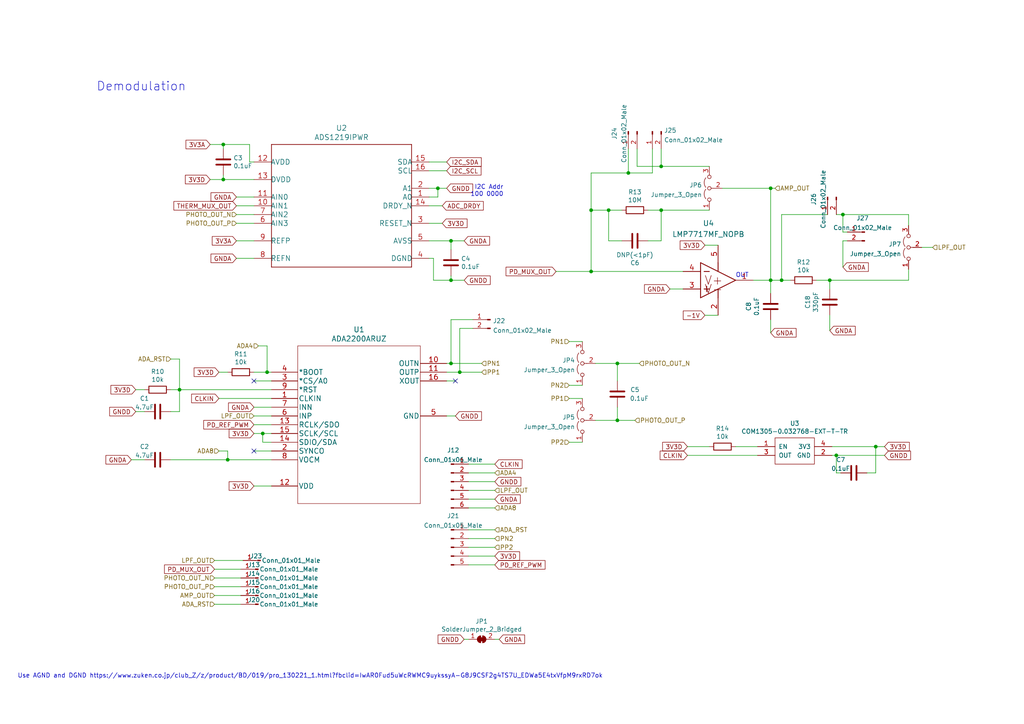
<source format=kicad_sch>
(kicad_sch (version 20211123) (generator eeschema)
  (paper "A4")
  (lib_symbols
    (symbol "Connector:Conn_01x01_Male" (pin_names (offset 1.016) hide)
      (property "Reference" "J" (at 0 2.54 0))
      (property "Value" "Conn_01x01_Male" (at 0 -2.54 0))
      (symbol "Conn_01x01_Male_1_1"
        (polyline (pts (xy 1.27 0) (xy 0.8636 0)) (stroke (width 0.1524)))
        (rectangle (start 0.8636 0.127) (end 0 -0.127) (stroke (width 0.1524)) (fill (type outline)))
        (pin passive line (at 5.08 0 180) (length 3.81) (name "Pin_1") (number "1"))
      )
    )
    (symbol "Connector:Conn_01x02_Male" (pin_names (offset 1.016) hide)
      (property "Reference" "J" (at 0 2.54 0))
      (property "Value" "Conn_01x02_Male" (at 0 -5.08 0))
      (symbol "Conn_01x02_Male_1_1"
        (polyline (pts (xy 1.27 -2.54) (xy 0.8636 -2.54)) (stroke (width 0.1524)))
        (polyline (pts (xy 1.27 0) (xy 0.8636 0)) (stroke (width 0.1524)))
        (rectangle (start 0.8636 -2.413) (end 0 -2.667) (stroke (width 0.1524)) (fill (type outline)))
        (rectangle (start 0.8636 0.127) (end 0 -0.127) (stroke (width 0.1524)) (fill (type outline)))
        (pin passive line (at 5.08 0 180) (length 3.81) (name "Pin_1") (number "1"))
        (pin passive line (at 5.08 -2.54 180) (length 3.81) (name "Pin_2") (number "2"))
      )
    )
    (symbol "Connector:Conn_01x05_Male" (pin_names (offset 1.016) hide)
      (property "Reference" "J" (at 0 7.62 0))
      (property "Value" "Conn_01x05_Male" (at 0 -7.62 0))
      (symbol "Conn_01x05_Male_1_1"
        (polyline (pts (xy 1.27 -5.08) (xy 0.8636 -5.08)) (stroke (width 0.1524)))
        (polyline (pts (xy 1.27 -2.54) (xy 0.8636 -2.54)) (stroke (width 0.1524)))
        (polyline (pts (xy 1.27 0) (xy 0.8636 0)) (stroke (width 0.1524)))
        (polyline (pts (xy 1.27 2.54) (xy 0.8636 2.54)) (stroke (width 0.1524)))
        (polyline (pts (xy 1.27 5.08) (xy 0.8636 5.08)) (stroke (width 0.1524)))
        (rectangle (start 0.8636 -4.953) (end 0 -5.207) (stroke (width 0.1524)) (fill (type outline)))
        (rectangle (start 0.8636 -2.413) (end 0 -2.667) (stroke (width 0.1524)) (fill (type outline)))
        (rectangle (start 0.8636 0.127) (end 0 -0.127) (stroke (width 0.1524)) (fill (type outline)))
        (rectangle (start 0.8636 2.667) (end 0 2.413) (stroke (width 0.1524)) (fill (type outline)))
        (rectangle (start 0.8636 5.207) (end 0 4.953) (stroke (width 0.1524)) (fill (type outline)))
        (pin passive line (at 5.08 5.08 180) (length 3.81) (name "Pin_1") (number "1"))
        (pin passive line (at 5.08 2.54 180) (length 3.81) (name "Pin_2") (number "2"))
        (pin passive line (at 5.08 0 180) (length 3.81) (name "Pin_3") (number "3"))
        (pin passive line (at 5.08 -2.54 180) (length 3.81) (name "Pin_4") (number "4"))
        (pin passive line (at 5.08 -5.08 180) (length 3.81) (name "Pin_5") (number "5"))
      )
    )
    (symbol "Connector:Conn_01x06_Male" (pin_names (offset 1.016) hide)
      (property "Reference" "J" (at 0 7.62 0))
      (property "Value" "Conn_01x06_Male" (at 0 -10.16 0))
      (symbol "Conn_01x06_Male_1_1"
        (polyline (pts (xy 1.27 -7.62) (xy 0.8636 -7.62)) (stroke (width 0.1524)))
        (polyline (pts (xy 1.27 -5.08) (xy 0.8636 -5.08)) (stroke (width 0.1524)))
        (polyline (pts (xy 1.27 -2.54) (xy 0.8636 -2.54)) (stroke (width 0.1524)))
        (polyline (pts (xy 1.27 0) (xy 0.8636 0)) (stroke (width 0.1524)))
        (polyline (pts (xy 1.27 2.54) (xy 0.8636 2.54)) (stroke (width 0.1524)))
        (polyline (pts (xy 1.27 5.08) (xy 0.8636 5.08)) (stroke (width 0.1524)))
        (rectangle (start 0.8636 -7.493) (end 0 -7.747) (stroke (width 0.1524)) (fill (type outline)))
        (rectangle (start 0.8636 -4.953) (end 0 -5.207) (stroke (width 0.1524)) (fill (type outline)))
        (rectangle (start 0.8636 -2.413) (end 0 -2.667) (stroke (width 0.1524)) (fill (type outline)))
        (rectangle (start 0.8636 0.127) (end 0 -0.127) (stroke (width 0.1524)) (fill (type outline)))
        (rectangle (start 0.8636 2.667) (end 0 2.413) (stroke (width 0.1524)) (fill (type outline)))
        (rectangle (start 0.8636 5.207) (end 0 4.953) (stroke (width 0.1524)) (fill (type outline)))
        (pin passive line (at 5.08 5.08 180) (length 3.81) (name "Pin_1") (number "1"))
        (pin passive line (at 5.08 2.54 180) (length 3.81) (name "Pin_2") (number "2"))
        (pin passive line (at 5.08 0 180) (length 3.81) (name "Pin_3") (number "3"))
        (pin passive line (at 5.08 -2.54 180) (length 3.81) (name "Pin_4") (number "4"))
        (pin passive line (at 5.08 -5.08 180) (length 3.81) (name "Pin_5") (number "5"))
        (pin passive line (at 5.08 -7.62 180) (length 3.81) (name "Pin_6") (number "6"))
      )
    )
    (symbol "Device:C" (pin_numbers hide) (pin_names (offset 0.254))
      (property "Reference" "C" (at 0.635 2.54 0))
      (property "Value" "C" (at 0.635 -2.54 0))
      (symbol "C_0_1"
        (polyline (pts (xy -2.032 -0.762) (xy 2.032 -0.762)) (stroke (width 0.508)))
        (polyline (pts (xy -2.032 0.762) (xy 2.032 0.762)) (stroke (width 0.508)))
      )
      (symbol "C_1_1"
        (pin passive line (at 0 3.81 270) (length 2.794) (name "~") (number "1"))
        (pin passive line (at 0 -3.81 90) (length 2.794) (name "~") (number "2"))
      )
    )
    (symbol "Device:R" (pin_numbers hide) (pin_names (offset 0))
      (property "Reference" "R" (at 2.032 0 90))
      (property "Value" "R" (at 0 0 90))
      (symbol "R_0_1"
        (rectangle (start -1.016 -2.54) (end 1.016 2.54) (stroke (width 0.254)))
      )
      (symbol "R_1_1"
        (pin passive line (at 0 3.81 270) (length 1.27) (name "~") (number "1"))
        (pin passive line (at 0 -3.81 90) (length 1.27) (name "~") (number "2"))
      )
    )
    (symbol "Jumper:Jumper_3_Open" (pin_names (offset 0) hide)
      (property "Reference" "JP" (at -2.54 -2.54 0))
      (property "Value" "Jumper_3_Open" (at 0 2.794 0))
      (symbol "Jumper_3_Open_0_0"
        (circle (center -3.302 0) (radius 0.508))
        (circle (center 0 0) (radius 0.508))
        (circle (center 3.302 0) (radius 0.508))
      )
      (symbol "Jumper_3_Open_0_1"
        (arc (start -0.254 1.016) (mid -1.651 1.4992) (end -3.048 1.016))
        (polyline (pts (xy 0 -0.508) (xy 0 -1.27)))
        (arc (start 3.048 1.016) (mid 1.651 1.4992) (end 0.254 1.016))
      )
      (symbol "Jumper_3_Open_1_1"
        (pin passive line (at -6.35 0 0) (length 2.54) (name "A") (number "1"))
        (pin input line (at 0 -3.81 90) (length 2.54) (name "C") (number "2"))
        (pin passive line (at 6.35 0 180) (length 2.54) (name "B") (number "3"))
      )
    )
    (symbol "Jumper:SolderJumper_2_Bridged" (pin_names (offset 0) hide)
      (property "Reference" "JP" (at 0 2.032 0))
      (property "Value" "SolderJumper_2_Bridged" (at 0 -2.54 0))
      (symbol "SolderJumper_2_Bridged_0_1"
        (rectangle (start -0.508 0.508) (end 0.508 -0.508) (fill (type outline)))
        (arc (start -0.254 1.016) (mid -1.27 0) (end -0.254 -1.016))
        (arc (start -0.254 1.016) (mid -1.27 0) (end -0.254 -1.016) (fill (type outline)))
        (polyline (pts (xy -0.254 1.016) (xy -0.254 -1.016)))
        (polyline (pts (xy 0.254 1.016) (xy 0.254 -1.016)))
        (arc (start 0.254 -1.016) (mid 1.27 0) (end 0.254 1.016))
        (arc (start 0.254 -1.016) (mid 1.27 0) (end 0.254 1.016) (fill (type outline)))
      )
      (symbol "SolderJumper_2_Bridged_1_1"
        (pin passive line (at -3.81 0 0) (length 2.54) (name "A") (number "1"))
        (pin passive line (at 3.81 0 180) (length 2.54) (name "B") (number "2"))
      )
    )
    (symbol "Ninja-qPCR:ADA2200ARUZ" (pin_names (offset 0.254))
      (property "Reference" "U" (at 25.4 12.7 0))
      (property "Value" "Ninja-qPCR_ADA2200ARUZ" (at 25.4 10.16 0))
      (symbol "ADA2200ARUZ_1_1"
        (polyline (pts (xy 7.62 -38.1) (xy 43.18 -38.1)) (stroke (width 0.127)))
        (polyline (pts (xy 7.62 7.62) (xy 7.62 -38.1)) (stroke (width 0.127)))
        (polyline (pts (xy 43.18 -38.1) (xy 43.18 7.62)) (stroke (width 0.127)))
        (polyline (pts (xy 43.18 7.62) (xy 7.62 7.62)) (stroke (width 0.127)))
        (pin unspecified line (at 0 -7.62 0) (length 7.62) (name "CLKIN") (number "1"))
        (pin unspecified line (at 50.8 2.54 180) (length 7.62) (name "OUTN") (number "10"))
        (pin unspecified line (at 50.8 0 180) (length 7.62) (name "OUTP") (number "11"))
        (pin unspecified line (at 0 -33.02 0) (length 7.62) (name "VDD") (number "12"))
        (pin unspecified line (at 0 -15.24 0) (length 7.62) (name "RCLK/SDO") (number "13"))
        (pin unspecified line (at 0 -20.32 0) (length 7.62) (name "SDIO/SDA") (number "14"))
        (pin unspecified line (at 0 -17.78 0) (length 7.62) (name "SCLK/SCL") (number "15"))
        (pin unspecified line (at 50.8 -2.54 180) (length 7.62) (name "XOUT") (number "16"))
        (pin unspecified line (at 0 -22.86 0) (length 7.62) (name "SYNCO") (number "2"))
        (pin unspecified line (at 0 -2.54 0) (length 7.62) (name "*CS/A0") (number "3"))
        (pin unspecified line (at 0 0 0) (length 7.62) (name "*BOOT") (number "4"))
        (pin unspecified line (at 50.8 -12.7 180) (length 7.62) (name "GND") (number "5"))
        (pin unspecified line (at 0 -12.7 0) (length 7.62) (name "INP") (number "6"))
        (pin unspecified line (at 0 -10.16 0) (length 7.62) (name "INN") (number "7"))
        (pin unspecified line (at 0 -25.4 0) (length 7.62) (name "VOCM") (number "8"))
        (pin unspecified line (at 0 -5.08 0) (length 7.62) (name "*RST") (number "9"))
      )
    )
    (symbol "Ninja-qPCR:ADS122C04IPWR" (pin_names (offset -0.254))
      (property "Reference" "U" (at 0 2.54 0))
      (property "Value" "Ninja-qPCR_ADS122C04IPWR" (at 0 0 0))
      (symbol "ADS122C04IPWR_1_1"
        (polyline (pts (xy -20.32 -17.78) (xy 20.32 -17.78)) (stroke (width 0.2032)))
        (polyline (pts (xy -20.32 17.78) (xy -20.32 -17.78)) (stroke (width 0.2032)))
        (polyline (pts (xy 20.32 -17.78) (xy 20.32 17.78)) (stroke (width 0.2032)))
        (polyline (pts (xy 20.32 17.78) (xy -20.32 17.78)) (stroke (width 0.2032)))
        (pin input line (at 25.4 2.54 180) (length 5.08) (name "A0") (number "1"))
        (pin input line (at -25.4 0 0) (length 5.08) (name "AIN1") (number "10"))
        (pin input line (at -25.4 2.54 0) (length 5.08) (name "AIN0") (number "11"))
        (pin power_in line (at -25.4 12.7 0) (length 5.08) (name "AVDD") (number "12"))
        (pin power_in line (at -25.4 7.62 0) (length 5.08) (name "DVDD") (number "13"))
        (pin output line (at 25.4 0 180) (length 5.08) (name "DRDY_N") (number "14"))
        (pin bidirectional line (at 25.4 12.7 180) (length 5.08) (name "SDA") (number "15"))
        (pin input line (at 25.4 10.16 180) (length 5.08) (name "SCL") (number "16"))
        (pin input line (at 25.4 5.08 180) (length 5.08) (name "A1") (number "2"))
        (pin input line (at 25.4 -5.08 180) (length 5.08) (name "RESET_N") (number "3"))
        (pin power_in line (at 25.4 -15.24 180) (length 5.08) (name "DGND") (number "4"))
        (pin power_in line (at 25.4 -10.16 180) (length 5.08) (name "AVSS") (number "5"))
        (pin input line (at -25.4 -5.08 0) (length 5.08) (name "AIN3") (number "6"))
        (pin input line (at -25.4 -2.54 0) (length 5.08) (name "AIN2") (number "7"))
        (pin input line (at -25.4 -15.24 0) (length 5.08) (name "REFN") (number "8"))
        (pin input line (at -25.4 -10.16 0) (length 5.08) (name "REFP") (number "9"))
      )
    )
    (symbol "Ninja-qPCR:COM1305-0.032768-EXT-T-TR" (pin_names (offset 1.016))
      (property "Reference" "U" (at 6.35 3.81 0))
      (property "Value" "Ninja-qPCR_COM1305-0.032768-EXT-T-TR" (at 11.43 -7.62 0))
      (symbol "COM1305-0.032768-EXT-T-TR_0_1"
        (rectangle (start 5.08 2.54) (end 16.51 -5.08))
      )
      (symbol "COM1305-0.032768-EXT-T-TR_1_1"
        (pin input line (at 0 0 0) (length 5.08) (name "EN") (number "1"))
        (pin input line (at 21.59 -2.54 180) (length 5.08) (name "GND") (number "2"))
        (pin input line (at 0 -2.54 0) (length 5.08) (name "OUT") (number "3"))
        (pin input line (at 21.59 0 180) (length 5.08) (name "3V3") (number "4"))
      )
    )
    (symbol "Ninja-qPCR:LMP7717MF_NOPB" (pin_names (offset 0) hide)
      (property "Reference" "U" (at 15.748 0.254 0))
      (property "Value" "Ninja-qPCR_LMP7717MF_NOPB" (at 15.748 -2.286 0))
      (symbol "LMP7717MF_NOPB_0_0"
        (text "V+" (at 3.81 -5.08 0) (effects (font (size 2.54 2.54))))
        (text "V-" (at 3.81 -7.62 0) (effects (font (size 2.54 2.54))))
      )
      (symbol "LMP7717MF_NOPB_1_1"
        (polyline (pts (xy 0 -10.16) (xy 10.16 -5.08)) (stroke (width 0.254)))
        (polyline (pts (xy 0 0) (xy 0 -10.16)) (stroke (width 0.254)))
        (polyline (pts (xy 0 0) (xy 10.16 -5.08)) (stroke (width 0.254)))
        (polyline (pts (xy 1.016 -7.62) (xy 2.54 -7.62)) (stroke (width 0.254)))
        (polyline (pts (xy 1.016 -2.54) (xy 2.54 -2.54)) (stroke (width 0.254)))
        (polyline (pts (xy 1.778 -6.858) (xy 1.778 -8.382)) (stroke (width 0.254)))
        (polyline (pts (xy 5.08 -7.62) (xy 5.08 -10.16)) (stroke (width 0.254)))
        (polyline (pts (xy 5.08 0) (xy 5.08 -2.54)) (stroke (width 0.254)))
        (pin output line (at 15.24 -5.08 180) (length 5.08) (name "OUT") (number "1"))
        (pin power_in line (at 5.08 -15.24 90) (length 5.08) (name "V-") (number "2"))
        (pin input line (at -5.08 -7.62 0) (length 5.08) (name "IN+") (number "3"))
        (pin input line (at -5.08 -2.54 0) (length 5.08) (name "IN-") (number "4"))
        (pin power_in line (at 5.08 5.08 270) (length 5.08) (name "V+") (number "5"))
      )
    )
  )
  (junction (at 171.45 60.96))
  (junction (at 130.81 81.28))
  (junction (at 240.665 81.28))
  (junction (at 52.07 113.03))
  (junction (at 244.475 62.23))
  (junction (at 242.57 132.08))
  (junction (at 176.53 60.96))
  (junction (at 191.77 48.26))
  (junction (at 130.81 105.41))
  (junction (at 179.07 121.92))
  (junction (at 77.47 107.95))
  (junction (at 64.77 52.07))
  (junction (at 64.77 41.91))
  (junction (at 182.245 50.165))
  (junction (at 226.695 81.28))
  (junction (at 191.77 60.96))
  (junction (at 171.45 78.74))
  (junction (at 223.52 54.61))
  (junction (at 254 129.54))
  (junction (at 66.04 133.35))
  (junction (at 127 54.61))
  (junction (at 179.07 105.41))
  (junction (at 76.2 125.73))
  (junction (at 130.81 69.85))
  (junction (at 223.52 81.28))
  (junction (at 133.35 107.95))
  (no_connect (at 73.66 130.81))
  (no_connect (at 73.66 110.49))
  (no_connect (at 132.08 110.49))
  (wire (pts (xy 240.665 81.28) (xy 263.525 81.28)))
  (wire (pts (xy 135.89 163.83) (xy 143.51 163.83)))
  (wire (pts (xy 73.66 118.11) (xy 78.74 118.11)))
  (wire (pts (xy 135.89 161.29) (xy 143.51 161.29)))
  (wire (pts (xy 68.58 57.15) (xy 73.66 57.15)))
  (wire (pts (xy 191.77 60.96) (xy 191.77 69.85)))
  (wire (pts (xy 199.39 132.08) (xy 219.71 132.08)))
  (wire (pts (xy 161.29 78.74) (xy 171.45 78.74)))
  (wire (pts (xy 77.47 107.95) (xy 73.66 107.95)))
  (wire (pts (xy 263.525 62.23) (xy 263.525 65.405)))
  (wire (pts (xy 240.665 81.28) (xy 240.665 83.82)))
  (wire (pts (xy 254 129.54) (xy 256.54 129.54)))
  (wire (pts (xy 130.81 69.85) (xy 134.62 69.85)))
  (wire (pts (xy 218.44 81.28) (xy 223.52 81.28)))
  (wire (pts (xy 129.54 105.41) (xy 130.81 105.41)))
  (wire (pts (xy 64.77 52.07) (xy 73.66 52.07)))
  (wire (pts (xy 62.23 172.72) (xy 69.85 172.72)))
  (wire (pts (xy 77.47 100.33) (xy 77.47 107.95)))
  (wire (pts (xy 39.37 113.03) (xy 41.91 113.03)))
  (wire (pts (xy 191.77 43.18) (xy 191.77 48.26)))
  (wire (pts (xy 60.96 52.07) (xy 64.77 52.07)))
  (wire (pts (xy 134.62 185.42) (xy 135.89 185.42)))
  (wire (pts (xy 165.1 99.06) (xy 168.91 99.06)))
  (wire (pts (xy 180.34 69.85) (xy 176.53 69.85)))
  (wire (pts (xy 171.45 60.96) (xy 171.45 78.74)))
  (wire (pts (xy 176.53 60.96) (xy 171.45 60.96)))
  (wire (pts (xy 241.3 132.08) (xy 242.57 132.08)))
  (wire (pts (xy 243.84 137.16) (xy 242.57 137.16)))
  (wire (pts (xy 236.855 81.28) (xy 240.665 81.28)))
  (wire (pts (xy 128.27 59.69) (xy 124.46 59.69)))
  (wire (pts (xy 135.89 153.67) (xy 143.51 153.67)))
  (wire (pts (xy 179.07 105.41) (xy 179.07 110.49)))
  (wire (pts (xy 63.5 115.57) (xy 78.74 115.57)))
  (wire (pts (xy 189.23 43.18) (xy 189.23 50.165)))
  (wire (pts (xy 165.1 111.76) (xy 168.91 111.76)))
  (wire (pts (xy 63.5 130.81) (xy 66.04 130.81)))
  (wire (pts (xy 124.46 49.53) (xy 129.54 49.53)))
  (wire (pts (xy 130.81 81.28) (xy 130.81 80.01)))
  (wire (pts (xy 135.89 147.32) (xy 143.51 147.32)))
  (wire (pts (xy 226.695 62.23) (xy 226.695 81.28)))
  (wire (pts (xy 244.475 69.85) (xy 244.475 77.47)))
  (wire (pts (xy 213.36 129.54) (xy 219.71 129.54)))
  (wire (pts (xy 124.46 46.99) (xy 129.54 46.99)))
  (wire (pts (xy 242.57 62.23) (xy 244.475 62.23)))
  (wire (pts (xy 130.81 105.41) (xy 139.7 105.41)))
  (wire (pts (xy 226.695 81.28) (xy 229.235 81.28)))
  (wire (pts (xy 132.08 120.65) (xy 129.54 120.65)))
  (wire (pts (xy 130.81 81.28) (xy 125.73 81.28)))
  (wire (pts (xy 124.46 69.85) (xy 130.81 69.85)))
  (wire (pts (xy 223.52 54.61) (xy 223.52 81.28)))
  (wire (pts (xy 68.58 69.85) (xy 73.66 69.85)))
  (wire (pts (xy 205.74 48.26) (xy 191.77 48.26)))
  (wire (pts (xy 135.89 144.78) (xy 143.51 144.78)))
  (wire (pts (xy 184.785 48.26) (xy 184.785 43.18)))
  (wire (pts (xy 66.04 133.35) (xy 78.74 133.35)))
  (wire (pts (xy 52.07 113.03) (xy 78.74 113.03)))
  (wire (pts (xy 78.74 107.95) (xy 77.47 107.95)))
  (wire (pts (xy 263.525 81.28) (xy 263.525 78.105)))
  (wire (pts (xy 130.81 72.39) (xy 130.81 69.85)))
  (wire (pts (xy 62.23 167.64) (xy 69.85 167.64)))
  (wire (pts (xy 68.58 59.69) (xy 73.66 59.69)))
  (wire (pts (xy 76.2 125.73) (xy 76.2 128.27)))
  (wire (pts (xy 52.07 104.14) (xy 52.07 113.03)))
  (wire (pts (xy 204.47 91.44) (xy 208.28 91.44)))
  (wire (pts (xy 73.66 64.77) (xy 68.58 64.77)))
  (wire (pts (xy 176.53 69.85) (xy 176.53 60.96)))
  (wire (pts (xy 242.57 137.16) (xy 242.57 132.08)))
  (wire (pts (xy 72.39 41.91) (xy 72.39 46.99)))
  (wire (pts (xy 172.72 105.41) (xy 179.07 105.41)))
  (wire (pts (xy 52.07 119.38) (xy 52.07 113.03)))
  (wire (pts (xy 60.96 41.91) (xy 64.77 41.91)))
  (wire (pts (xy 223.52 92.71) (xy 223.52 96.52)))
  (wire (pts (xy 128.27 64.77) (xy 124.46 64.77)))
  (wire (pts (xy 241.3 129.54) (xy 254 129.54)))
  (wire (pts (xy 245.745 69.85) (xy 244.475 69.85)))
  (wire (pts (xy 135.89 158.75) (xy 143.51 158.75)))
  (wire (pts (xy 144.78 185.42) (xy 143.51 185.42)))
  (wire (pts (xy 135.89 139.7) (xy 143.51 139.7)))
  (wire (pts (xy 133.35 95.25) (xy 133.35 107.95)))
  (wire (pts (xy 66.04 130.81) (xy 66.04 133.35)))
  (wire (pts (xy 49.53 133.35) (xy 66.04 133.35)))
  (wire (pts (xy 49.53 119.38) (xy 52.07 119.38)))
  (wire (pts (xy 62.23 175.26) (xy 69.85 175.26)))
  (wire (pts (xy 73.66 120.65) (xy 78.74 120.65)))
  (wire (pts (xy 240.665 91.44) (xy 240.665 95.885)))
  (wire (pts (xy 78.74 128.27) (xy 76.2 128.27)))
  (wire (pts (xy 171.45 50.165) (xy 171.45 60.96)))
  (wire (pts (xy 244.475 62.23) (xy 263.525 62.23)))
  (wire (pts (xy 125.73 74.93) (xy 124.46 74.93)))
  (wire (pts (xy 223.52 81.28) (xy 226.695 81.28)))
  (wire (pts (xy 64.77 50.8) (xy 64.77 52.07)))
  (wire (pts (xy 39.37 119.38) (xy 41.91 119.38)))
  (wire (pts (xy 254 137.16) (xy 254 129.54)))
  (wire (pts (xy 73.66 74.93) (xy 68.58 74.93)))
  (wire (pts (xy 240.03 62.23) (xy 226.695 62.23)))
  (wire (pts (xy 127 57.15) (xy 127 54.61)))
  (wire (pts (xy 129.54 107.95) (xy 133.35 107.95)))
  (wire (pts (xy 130.81 92.71) (xy 130.81 105.41)))
  (wire (pts (xy 64.77 43.18) (xy 64.77 41.91)))
  (wire (pts (xy 165.1 128.27) (xy 168.91 128.27)))
  (wire (pts (xy 135.89 142.24) (xy 143.51 142.24)))
  (wire (pts (xy 74.93 100.33) (xy 77.47 100.33)))
  (wire (pts (xy 38.1 133.35) (xy 41.91 133.35)))
  (wire (pts (xy 182.245 43.18) (xy 182.245 50.165)))
  (wire (pts (xy 179.07 118.11) (xy 179.07 121.92)))
  (wire (pts (xy 135.89 137.16) (xy 143.51 137.16)))
  (wire (pts (xy 132.08 110.49) (xy 129.54 110.49)))
  (wire (pts (xy 194.31 83.82) (xy 198.12 83.82)))
  (wire (pts (xy 137.16 95.25) (xy 133.35 95.25)))
  (wire (pts (xy 165.1 115.57) (xy 168.91 115.57)))
  (wire (pts (xy 124.46 57.15) (xy 127 57.15)))
  (wire (pts (xy 251.46 137.16) (xy 254 137.16)))
  (wire (pts (xy 68.58 62.23) (xy 73.66 62.23)))
  (wire (pts (xy 223.52 54.61) (xy 224.79 54.61)))
  (wire (pts (xy 49.53 104.14) (xy 52.07 104.14)))
  (wire (pts (xy 124.46 54.61) (xy 127 54.61)))
  (wire (pts (xy 187.96 69.85) (xy 191.77 69.85)))
  (wire (pts (xy 191.77 48.26) (xy 184.785 48.26)))
  (wire (pts (xy 179.07 105.41) (xy 185.42 105.41)))
  (wire (pts (xy 63.5 107.95) (xy 66.04 107.95)))
  (wire (pts (xy 62.23 162.56) (xy 70.485 162.56)))
  (wire (pts (xy 209.55 54.61) (xy 223.52 54.61)))
  (wire (pts (xy 244.475 62.23) (xy 244.475 67.31)))
  (wire (pts (xy 133.35 107.95) (xy 139.7 107.95)))
  (wire (pts (xy 125.73 81.28) (xy 125.73 74.93)))
  (wire (pts (xy 171.45 78.74) (xy 198.12 78.74)))
  (wire (pts (xy 184.15 121.92) (xy 179.07 121.92)))
  (wire (pts (xy 245.745 67.31) (xy 244.475 67.31)))
  (wire (pts (xy 76.2 125.73) (xy 78.74 125.73)))
  (wire (pts (xy 204.47 71.12) (xy 208.28 71.12)))
  (wire (pts (xy 73.66 130.81) (xy 78.74 130.81)))
  (wire (pts (xy 62.23 170.18) (xy 69.85 170.18)))
  (wire (pts (xy 127 54.61) (xy 129.54 54.61)))
  (wire (pts (xy 267.335 71.755) (xy 270.51 71.755)))
  (wire (pts (xy 205.74 129.54) (xy 199.39 129.54)))
  (wire (pts (xy 182.245 50.165) (xy 171.45 50.165)))
  (wire (pts (xy 242.57 132.08) (xy 256.54 132.08)))
  (wire (pts (xy 73.66 125.73) (xy 76.2 125.73)))
  (wire (pts (xy 191.77 60.96) (xy 187.96 60.96)))
  (wire (pts (xy 73.66 140.97) (xy 78.74 140.97)))
  (wire (pts (xy 134.62 81.28) (xy 130.81 81.28)))
  (wire (pts (xy 223.52 81.28) (xy 223.52 85.09)))
  (wire (pts (xy 137.16 92.71) (xy 130.81 92.71)))
  (wire (pts (xy 62.23 165.1) (xy 69.85 165.1)))
  (wire (pts (xy 64.77 41.91) (xy 72.39 41.91)))
  (wire (pts (xy 205.74 60.96) (xy 191.77 60.96)))
  (wire (pts (xy 189.23 50.165) (xy 182.245 50.165)))
  (wire (pts (xy 73.66 123.19) (xy 78.74 123.19)))
  (wire (pts (xy 135.89 156.21) (xy 143.51 156.21)))
  (wire (pts (xy 135.89 134.62) (xy 143.51 134.62)))
  (wire (pts (xy 73.66 110.49) (xy 78.74 110.49)))
  (wire (pts (xy 176.53 60.96) (xy 180.34 60.96)))
  (wire (pts (xy 72.39 46.99) (xy 73.66 46.99)))
  (wire (pts (xy 49.53 113.03) (xy 52.07 113.03)))
  (wire (pts (xy 179.07 121.92) (xy 172.72 121.92)))
  (text "Use AGND and DGND  https://www.zuken.co.jp/club_Z/z/product/BD/019/pro_130221_1.html?fbclid=IwAR0Fud5uWcRWMC9uykssyA-G8J9CSF2g4TS7U_EDWa5E4txVfpM9rxRD7ok" (at 5.08 196.85 0) (effects (font (size 1.27 1.27)) (justify left bottom)))
  (text "Demodulation" (at 27.94 26.67 0) (effects (font (size 2.54 2.54)) (justify left bottom)))
  (text "I2C Addr\n100 0000" (at 146.05 57.15 180) (effects (font (size 1.27 1.27)) (justify right bottom)))
  (text "OUT" (at 213.36 80.645 0) (effects (font (size 1.27 1.27)) (justify left bottom)))
  (global_label "I2C_SCL" (shape input) (at 129.54 49.53 0) (property "Intersheet References" "${INTERSHEET_REFS}" (effects hide)))
  (global_label "ADC_DRDY" (shape input) (at 128.27 59.69 0) (property "Intersheet References" "${INTERSHEET_REFS}" (effects hide)))
  (global_label "3V3A" (shape input) (at 68.58 69.85 180) (property "Intersheet References" "${INTERSHEET_REFS}" (effects hide)))
  (global_label "PD_REF_PWM" (shape input) (at 73.66 123.19 180) (property "Intersheet References" "${INTERSHEET_REFS}" (effects hide)))
  (global_label "3V3D" (shape input) (at 204.47 71.12 180) (property "Intersheet References" "${INTERSHEET_REFS}" (effects hide)))
  (global_label "PD_MUX_OUT" (shape input) (at 62.23 165.1 180) (property "Intersheet References" "${INTERSHEET_REFS}" (effects hide)))
  (global_label "I2C_SDA" (shape input) (at 129.54 46.99 0) (property "Intersheet References" "${INTERSHEET_REFS}" (effects hide)))
  (global_label "PD_MUX_OUT" (shape input) (at 161.29 78.74 180) (property "Intersheet References" "${INTERSHEET_REFS}" (effects hide)))
  (global_label "GNDA" (shape input) (at 73.66 118.11 180) (property "Intersheet References" "${INTERSHEET_REFS}" (effects hide)))
  (global_label "GNDD" (shape input) (at 134.62 185.42 180) (property "Intersheet References" "${INTERSHEET_REFS}" (effects hide)))
  (global_label "CLKIN" (shape input) (at 63.5 115.57 180) (property "Intersheet References" "${INTERSHEET_REFS}" (effects hide)))
  (global_label "3V3D" (shape input) (at 73.66 125.73 180) (property "Intersheet References" "${INTERSHEET_REFS}" (effects hide)))
  (global_label "GNDD" (shape input) (at 143.51 139.7 0) (property "Intersheet References" "${INTERSHEET_REFS}" (effects hide)))
  (global_label "3V3D" (shape input) (at 60.96 52.07 180) (property "Intersheet References" "${INTERSHEET_REFS}" (effects hide)))
  (global_label "GNDD" (shape input) (at 132.08 120.65 0) (property "Intersheet References" "${INTERSHEET_REFS}" (effects hide)))
  (global_label "GNDA" (shape input) (at 143.51 144.78 0) (property "Intersheet References" "${INTERSHEET_REFS}" (effects hide)))
  (global_label "GNDA" (shape input) (at 144.78 185.42 0) (property "Intersheet References" "${INTERSHEET_REFS}" (effects hide)))
  (global_label "GNDA" (shape input) (at 38.1 133.35 180) (property "Intersheet References" "${INTERSHEET_REFS}" (effects hide)))
  (global_label "PD_REF_PWM" (shape input) (at 143.51 163.83 0) (property "Intersheet References" "${INTERSHEET_REFS}" (effects hide)))
  (global_label "3V3D" (shape input) (at 128.27 64.77 0) (property "Intersheet References" "${INTERSHEET_REFS}" (effects hide)))
  (global_label "3V3D" (shape input) (at 199.39 129.54 180) (property "Intersheet References" "${INTERSHEET_REFS}" (effects hide)))
  (global_label "3V3D" (shape input) (at 73.66 140.97 180) (property "Intersheet References" "${INTERSHEET_REFS}" (effects hide)))
  (global_label "GNDD" (shape input) (at 39.37 119.38 180) (property "Intersheet References" "${INTERSHEET_REFS}" (effects hide)))
  (global_label "GNDA" (shape input) (at 240.665 95.885 0) (property "Intersheet References" "${INTERSHEET_REFS}" (effects hide)))
  (global_label "GNDD" (shape input) (at 129.54 54.61 0) (property "Intersheet References" "${INTERSHEET_REFS}" (effects hide)))
  (global_label "-1V" (shape input) (at 204.47 91.44 180) (property "Intersheet References" "${INTERSHEET_REFS}" (effects hide)))
  (global_label "GNDA" (shape input) (at 244.475 77.47 0) (property "Intersheet References" "${INTERSHEET_REFS}" (effects hide)))
  (global_label "GNDA" (shape input) (at 194.31 83.82 180) (property "Intersheet References" "${INTERSHEET_REFS}" (effects hide)))
  (global_label "3V3A" (shape input) (at 60.96 41.91 180) (property "Intersheet References" "${INTERSHEET_REFS}" (effects hide)))
  (global_label "CLKIN" (shape input) (at 143.51 134.62 0) (property "Intersheet References" "${INTERSHEET_REFS}" (effects hide)))
  (global_label "3V3D" (shape input) (at 39.37 113.03 180) (property "Intersheet References" "${INTERSHEET_REFS}" (effects hide)))
  (global_label "GNDD" (shape input) (at 134.62 81.28 0) (property "Intersheet References" "${INTERSHEET_REFS}" (effects hide)))
  (global_label "CLKIN" (shape input) (at 199.39 132.08 180) (property "Intersheet References" "${INTERSHEET_REFS}" (effects hide)))
  (global_label "GNDA" (shape input) (at 134.62 69.85 0) (property "Intersheet References" "${INTERSHEET_REFS}" (effects hide)))
  (global_label "THERM_MUX_OUT" (shape input) (at 68.58 59.69 180) (property "Intersheet References" "${INTERSHEET_REFS}" (effects hide)))
  (global_label "3V3D" (shape input) (at 143.51 161.29 0) (property "Intersheet References" "${INTERSHEET_REFS}" (effects hide)))
  (global_label "3V3D" (shape input) (at 63.5 107.95 180) (property "Intersheet References" "${INTERSHEET_REFS}" (effects hide)))
  (global_label "GNDA" (shape input) (at 223.52 96.52 0) (property "Intersheet References" "${INTERSHEET_REFS}" (effects hide)))
  (global_label "GNDA" (shape input) (at 68.58 57.15 180) (property "Intersheet References" "${INTERSHEET_REFS}" (effects hide)))
  (global_label "GNDA" (shape input) (at 68.58 74.93 180) (property "Intersheet References" "${INTERSHEET_REFS}" (effects hide)))
  (global_label "GNDD" (shape input) (at 256.54 132.08 0) (property "Intersheet References" "${INTERSHEET_REFS}" (effects hide)))
  (global_label "3V3D" (shape input) (at 256.54 129.54 0) (property "Intersheet References" "${INTERSHEET_REFS}" (effects hide)))
  (hierarchical_label "PN2" (shape input) (at 143.51 156.21 0))
  (hierarchical_label "PN1" (shape input) (at 139.7 105.41 0))
  (hierarchical_label "PHOTO_OUT_P" (shape input) (at 68.58 64.77 180))
  (hierarchical_label "PP1" (shape input) (at 139.7 107.95 0))
  (hierarchical_label "PHOTO_OUT_N" (shape input) (at 185.42 105.41 0))
  (hierarchical_label "PP2" (shape input) (at 143.51 158.75 0))
  (hierarchical_label "LPF_OUT" (shape input) (at 270.51 71.755 0))
  (hierarchical_label "ADA8" (shape input) (at 143.51 147.32 0))
  (hierarchical_label "LPF_OUT" (shape input) (at 143.51 142.24 0))
  (hierarchical_label "ADA8" (shape input) (at 63.5 130.81 180))
  (hierarchical_label "AMP_OUT" (shape input) (at 62.23 172.72 180))
  (hierarchical_label "PHOTO_OUT_P" (shape input) (at 62.23 170.18 180))
  (hierarchical_label "PN1" (shape input) (at 165.1 99.06 180))
  (hierarchical_label "PN2" (shape input) (at 165.1 111.76 180))
  (hierarchical_label "PHOTO_OUT_P" (shape input) (at 184.15 121.92 0))
  (hierarchical_label "PHOTO_OUT_N" (shape input) (at 68.58 62.23 180))
  (hierarchical_label "ADA_RST" (shape input) (at 62.23 175.26 180))
  (hierarchical_label "ADA4" (shape input) (at 143.51 137.16 0))
  (hierarchical_label "AMP_OUT" (shape input) (at 224.79 54.61 0))
  (hierarchical_label "ADA_RST" (shape input) (at 143.51 153.67 0))
  (hierarchical_label "ADA4" (shape input) (at 74.93 100.33 180))
  (hierarchical_label "LPF_OUT" (shape input) (at 73.66 120.65 180))
  (hierarchical_label "PP2" (shape input) (at 165.1 128.27 180))
  (hierarchical_label "PHOTO_OUT_N" (shape input) (at 62.23 167.64 180))
  (hierarchical_label "LPF_OUT" (shape input) (at 62.23 162.56 180))
  (hierarchical_label "ADA_RST" (shape input) (at 49.53 104.14 180))
  (hierarchical_label "PP1" (shape input) (at 165.1 115.57 180))
  (symbol (lib_id "Connector:Conn_01x01_Male") (at 74.93 165.1 0) (mirror y) (unit 1)
    (property "Reference" "J13" (at 73.66 163.83 0))
    (property "Value" "Conn_01x01_Male" (at 83.82 165.1 0))
    (property "Footprint" "Connector_PinHeader_1.27mm:PinHeader_1x01_P1.27mm_Vertical" (effects hide))
  )
  (symbol (lib_id "Ninja-qPCR:ADA2200ARUZ") (at 78.74 107.95 0) (unit 1)
    (property "Reference" "U1" (at 104.14 95.5802 0) (effects (font (size 1.524 1.524))))
    (property "Value" "ADA2200ARUZ" (at 104.14 98.2726 0) (effects (font (size 1.524 1.524))))
    (property "Footprint" "Ninja-qPCR:ADA2200ARUZ" (effects hide))
  )
  (symbol (lib_id "Device:R") (at 69.85 107.95 270) (unit 1)
    (property "Reference" "R11" (at 69.85 102.6922 90))
    (property "Value" "10k" (at 69.85 105.0036 90))
    (property "Footprint" "Resistor_SMD:R_0603_1608Metric" (effects hide))
  )
  (symbol (lib_id "Device:R") (at 45.72 113.03 270) (unit 1)
    (property "Reference" "R10" (at 45.72 107.7722 90))
    (property "Value" "10k" (at 45.72 110.0836 90))
    (property "Footprint" "Resistor_SMD:R_0603_1608Metric" (effects hide))
  )
  (symbol (lib_id "Device:C") (at 45.72 133.35 270) (unit 1)
    (property "Reference" "C2" (at 41.91 129.54 90))
    (property "Value" "4.7uF" (at 41.91 132.08 90))
    (property "Footprint" "Capacitor_SMD:C_0805_2012Metric" (effects hide))
  )
  (symbol (lib_id "Device:C") (at 223.52 88.9 0) (unit 1)
    (property "Reference" "C8" (at 217.1192 88.9 90))
    (property "Value" "0.1uF" (at 219.4306 88.9 90))
    (property "Footprint" "Capacitor_SMD:C_0603_1608Metric" (effects hide))
  )
  (symbol (lib_id "Device:R") (at 184.15 60.96 90) (mirror x) (unit 1)
    (property "Reference" "R13" (at 184.15 55.7022 90))
    (property "Value" "10M" (at 184.15 58.0136 90))
    (property "Footprint" "Resistor_SMD:R_0603_1608Metric" (effects hide))
  )
  (symbol (lib_id "Device:C") (at 184.15 69.85 270) (mirror x) (unit 1)
    (property "Reference" "C6" (at 184.15 76.2508 90))
    (property "Value" "DNP(<1pF)" (at 184.15 73.9394 90))
    (property "Footprint" "Capacitor_SMD:C_0603_1608Metric" (effects hide))
  )
  (symbol (lib_id "Device:R") (at 209.55 129.54 270) (unit 1)
    (property "Reference" "R14" (at 209.55 124.2822 90))
    (property "Value" "10k" (at 209.55 126.5936 90))
    (property "Footprint" "Resistor_SMD:R_0603_1608Metric" (effects hide))
  )
  (symbol (lib_id "Device:C") (at 45.72 119.38 270) (unit 1)
    (property "Reference" "C1" (at 41.91 115.57 90))
    (property "Value" "4.7uF" (at 41.91 118.11 90))
    (property "Footprint" "Capacitor_SMD:C_0805_2012Metric" (effects hide))
  )
  (symbol (lib_id "Ninja-qPCR:ADS122C04IPWR") (at 99.06 59.69 0) (unit 1)
    (property "Reference" "U2" (at 99.06 37.1348 0) (effects (font (size 1.524 1.524))))
    (property "Value" "ADS1219IPWR" (at 99.06 39.8272 0) (effects (font (size 1.524 1.524))))
    (property "Footprint" "Ninja-qPCR:ADS122C04IPWR" (effects hide))
  )
  (symbol (lib_id "Ninja-qPCR:LMP7717MF_NOPB") (at 203.2 76.2 0) (unit 1)
    (property "Reference" "U4" (at 203.835 64.77 0) (effects (font (size 1.524 1.524)) (justify left)))
    (property "Value" "LMP7717MF_NOPB" (at 194.945 67.945 0) (effects (font (size 1.524 1.524)) (justify left)))
    (property "Footprint" "Package_TO_SOT_SMD:SOT-23-5" (effects hide))
  )
  (symbol (lib_id "Device:C") (at 64.77 46.99 0) (unit 1)
    (property "Reference" "C3" (at 67.691 45.8216 0) (effects (justify left)))
    (property "Value" "0.1uF" (at 67.691 48.133 0) (effects (justify left)))
    (property "Footprint" "Capacitor_SMD:C_0603_1608Metric" (effects hide))
  )
  (symbol (lib_id "Device:C") (at 130.81 76.2 0) (unit 1)
    (property "Reference" "C4" (at 133.731 75.0316 0) (effects (justify left)))
    (property "Value" "0.1uF" (at 133.731 77.343 0) (effects (justify left)))
    (property "Footprint" "Capacitor_SMD:C_0603_1608Metric" (effects hide))
  )
  (symbol (lib_id "Device:C") (at 247.65 137.16 270) (unit 1)
    (property "Reference" "C7" (at 243.84 133.35 90))
    (property "Value" "0.1uF" (at 243.84 135.89 90))
    (property "Footprint" "Capacitor_SMD:C_0603_1608Metric" (effects hide))
  )
  (symbol (lib_id "Ninja-qPCR:COM1305-0.032768-EXT-T-TR") (at 219.71 129.54 0) (unit 1)
    (property "Reference" "U3" (at 230.505 122.809 0))
    (property "Value" "COM1305-0.032768-EXT-T-TR" (at 230.505 125.1204 0))
    (property "Footprint" "Ninja-qPCR:ASDK-32.768KHZ-LRT" (effects hide))
  )
  (symbol (lib_id "Jumper:SolderJumper_2_Bridged") (at 139.7 185.42 0) (unit 1)
    (property "Reference" "JP1" (at 139.7 180.213 0))
    (property "Value" "SolderJumper_2_Bridged" (at 139.7 182.5244 0))
    (property "Footprint" "Jumper:SolderJumper-2_P1.3mm_Bridged_RoundedPad1.0x1.5mm" (effects hide))
  )
  (symbol (lib_id "Connector:Conn_01x01_Male") (at 74.93 167.64 0) (mirror y) (unit 1)
    (property "Reference" "J14" (at 73.66 166.37 0))
    (property "Value" "Conn_01x01_Male" (at 83.82 167.64 0))
    (property "Footprint" "Connector_PinSocket_1.27mm:PinSocket_1x01_P1.27mm_Vertical" (effects hide))
  )
  (symbol (lib_id "Connector:Conn_01x01_Male") (at 74.93 170.18 0) (mirror y) (unit 1)
    (property "Reference" "J15" (at 73.66 168.91 0))
    (property "Value" "Conn_01x01_Male" (at 83.82 170.18 0))
    (property "Footprint" "Connector_PinSocket_1.27mm:PinSocket_1x01_P1.27mm_Vertical" (effects hide))
  )
  (symbol (lib_id "Connector:Conn_01x01_Male") (at 74.93 172.72 0) (mirror y) (unit 1)
    (property "Reference" "J16" (at 73.66 171.45 0))
    (property "Value" "Conn_01x01_Male" (at 83.82 172.72 0))
    (property "Footprint" "Connector_PinHeader_1.27mm:PinHeader_1x01_P1.27mm_Vertical" (effects hide))
  )
  (symbol (lib_id "Jumper:Jumper_3_Open") (at 168.91 105.41 90) (unit 1)
    (property "Reference" "JP4" (at 166.7759 104.5015 90) (effects (justify left)))
    (property "Value" "Jumper_3_Open" (at 166.7759 107.2766 90) (effects (justify left)))
    (property "Footprint" "Jumper:SolderJumper-3_P2.0mm_Open_TrianglePad1.0x1.5mm" (effects hide))
  )
  (symbol (lib_id "Connector:Conn_01x01_Male") (at 74.93 175.26 0) (mirror y) (unit 1)
    (property "Reference" "J20" (at 73.66 173.99 0))
    (property "Value" "Conn_01x01_Male" (at 83.82 175.26 0))
    (property "Footprint" "Connector_PinHeader_1.27mm:PinHeader_1x01_P1.27mm_Vertical" (effects hide))
  )
  (symbol (lib_id "Connector:Conn_01x01_Male") (at 75.565 162.56 0) (mirror y) (unit 1)
    (property "Reference" "J23" (at 74.295 161.29 0))
    (property "Value" "Conn_01x01_Male" (at 84.455 162.56 0))
    (property "Footprint" "Connector_PinHeader_1.27mm:PinHeader_1x01_P1.27mm_Vertical" (effects hide))
  )
  (symbol (lib_id "Connector:Conn_01x02_Male") (at 189.23 38.1 90) (mirror x) (unit 1)
    (property "Reference" "J25" (at 192.6082 37.8265 90) (effects (justify right)))
    (property "Value" "Conn_01x02_Male" (at 192.6082 40.6016 90) (effects (justify right)))
    (property "Footprint" "Connector_PinHeader_1.27mm:PinHeader_1x02_P1.27mm_Vertical" (effects hide))
  )
  (symbol (lib_id "Connector:Conn_01x02_Male") (at 182.245 38.1 90) (mirror x) (unit 1)
    (property "Reference" "J24" (at 178.2023 38.735 0))
    (property "Value" "Conn_01x02_Male" (at 180.9774 38.735 0))
    (property "Footprint" "Connector_PinHeader_1.27mm:PinHeader_1x02_P1.27mm_Vertical" (effects hide))
  )
  (symbol (lib_id "Connector:Conn_01x02_Male") (at 250.825 67.31 0) (mirror y) (unit 1)
    (property "Reference" "J27" (at 250.19 63.2673 0))
    (property "Value" "Conn_01x02_Male" (at 250.19 66.0424 0))
    (property "Footprint" "Connector_PinHeader_1.27mm:PinHeader_1x02_P1.27mm_Vertical" (effects hide))
  )
  (symbol (lib_id "Device:C") (at 240.665 87.63 0) (unit 1)
    (property "Reference" "C18" (at 234.2642 87.63 90))
    (property "Value" "330pF" (at 236.5756 87.63 90))
    (property "Footprint" "Capacitor_SMD:C_0402_1005Metric" (effects hide))
  )
  (symbol (lib_id "Connector:Conn_01x06_Male") (at 130.81 139.7 0) (unit 1)
    (property "Reference" "J12" (at 131.445 130.5773 0))
    (property "Value" "Conn_01x06_Male" (at 131.445 133.3524 0))
    (property "Footprint" "Connector_PinSocket_1.27mm:PinSocket_1x06_P1.27mm_Vertical" (effects hide))
  )
  (symbol (lib_id "Connector:Conn_01x05_Male") (at 130.81 158.75 0) (unit 1)
    (property "Reference" "J21" (at 131.445 149.6273 0))
    (property "Value" "Conn_01x05_Male" (at 131.445 152.4024 0))
    (property "Footprint" "Connector_PinSocket_1.27mm:PinSocket_1x05_P1.27mm_Vertical" (effects hide))
  )
  (symbol (lib_id "Device:R") (at 233.045 81.28 270) (unit 1)
    (property "Reference" "R12" (at 233.045 76.0222 90))
    (property "Value" "10k" (at 233.045 78.3336 90))
    (property "Footprint" "Resistor_SMD:R_0603_1608Metric" (effects hide))
  )
  (symbol (lib_id "Jumper:Jumper_3_Open") (at 263.525 71.755 90) (unit 1)
    (property "Reference" "JP7" (at 261.3909 70.8465 90) (effects (justify left)))
    (property "Value" "Jumper_3_Open" (at 261.3909 73.6216 90) (effects (justify left)))
    (property "Footprint" "Jumper:SolderJumper-3_P2.0mm_Open_TrianglePad1.0x1.5mm" (effects hide))
  )
  (symbol (lib_id "Connector:Conn_01x02_Male") (at 240.03 57.15 90) (mirror x) (unit 1)
    (property "Reference" "J26" (at 235.9873 57.785 0))
    (property "Value" "Conn_01x02_Male" (at 238.7624 57.785 0))
    (property "Footprint" "Connector_PinHeader_1.27mm:PinHeader_1x02_P1.27mm_Vertical" (effects hide))
  )
  (symbol (lib_id "Device:C") (at 179.07 114.3 0) (unit 1)
    (property "Reference" "C5" (at 184.15 113.03 0))
    (property "Value" "0.1uF" (at 185.42 115.57 0))
    (property "Footprint" "Capacitor_SMD:C_0603_1608Metric" (effects hide))
  )
  (symbol (lib_id "Jumper:Jumper_3_Open") (at 168.91 121.92 90) (unit 1)
    (property "Reference" "JP5" (at 166.7759 121.0115 90) (effects (justify left)))
    (property "Value" "Jumper_3_Open" (at 166.7759 123.7866 90) (effects (justify left)))
    (property "Footprint" "Jumper:SolderJumper-3_P2.0mm_Open_TrianglePad1.0x1.5mm" (effects hide))
  )
  (symbol (lib_id "Connector:Conn_01x02_Male") (at 142.24 92.71 0) (mirror y) (unit 1)
    (property "Reference" "J22" (at 142.9512 93.0715 0) (effects (justify right)))
    (property "Value" "Conn_01x02_Male" (at 142.9512 95.8466 0) (effects (justify right)))
    (property "Footprint" "Connector_PinHeader_1.27mm:PinHeader_1x02_P1.27mm_Vertical" (effects hide))
  )
  (symbol (lib_id "Jumper:Jumper_3_Open") (at 205.74 54.61 90) (unit 1)
    (property "Reference" "JP6" (at 203.6059 53.7015 90) (effects (justify left)))
    (property "Value" "Jumper_3_Open" (at 203.6059 56.4766 90) (effects (justify left)))
    (property "Footprint" "Jumper:SolderJumper-3_P2.0mm_Open_TrianglePad1.0x1.5mm" (effects hide))
  )
)
</source>
